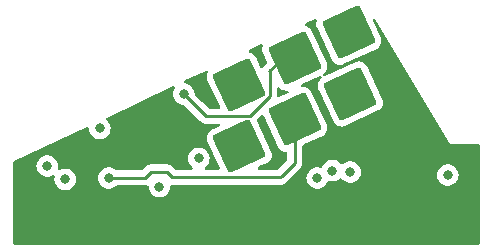
<source format=gbr>
%TF.GenerationSoftware,KiCad,Pcbnew,7.0.10*%
%TF.CreationDate,2024-02-23T21:50:14+01:00*%
%TF.ProjectId,ScartPCB,53636172-7450-4434-922e-6b696361645f,0*%
%TF.SameCoordinates,PX76bb820PY7641700*%
%TF.FileFunction,Copper,L2,Inr*%
%TF.FilePolarity,Positive*%
%FSLAX46Y46*%
G04 Gerber Fmt 4.6, Leading zero omitted, Abs format (unit mm)*
G04 Created by KiCad (PCBNEW 7.0.10) date 2024-02-23 21:50:14*
%MOMM*%
%LPD*%
G01*
G04 APERTURE LIST*
G04 Aperture macros list*
%AMRoundRect*
0 Rectangle with rounded corners*
0 $1 Rounding radius*
0 $2 $3 $4 $5 $6 $7 $8 $9 X,Y pos of 4 corners*
0 Add a 4 corners polygon primitive as box body*
4,1,4,$2,$3,$4,$5,$6,$7,$8,$9,$2,$3,0*
0 Add four circle primitives for the rounded corners*
1,1,$1+$1,$2,$3*
1,1,$1+$1,$4,$5*
1,1,$1+$1,$6,$7*
1,1,$1+$1,$8,$9*
0 Add four rect primitives between the rounded corners*
20,1,$1+$1,$2,$3,$4,$5,0*
20,1,$1+$1,$4,$5,$6,$7,0*
20,1,$1+$1,$6,$7,$8,$9,0*
20,1,$1+$1,$8,$9,$2,$3,0*%
G04 Aperture macros list end*
%TA.AperFunction,ComponentPad*%
%ADD10RoundRect,0.250002X1.993386X-0.725533X0.725533X1.993386X-1.993386X0.725533X-0.725533X-1.993386X0*%
%TD*%
%TA.AperFunction,ViaPad*%
%ADD11C,0.800000*%
%TD*%
%TA.AperFunction,Conductor*%
%ADD12C,0.250000*%
%TD*%
G04 APERTURE END LIST*
D10*
%TO.N,Net-(J2-Pin_1)*%
%TO.C,J2*%
X28408000Y17955000D03*
%TD*%
%TO.N,SYNC*%
%TO.C,J5*%
X23836000Y10589000D03*
%TD*%
%TO.N,Net-(J3-Pin_1)*%
%TO.C,J3*%
X23836000Y15796000D03*
%TD*%
%TO.N,AUDIO*%
%TO.C,J6*%
X19137000Y8303000D03*
%TD*%
%TO.N,Net-(J4-Pin_1)*%
%TO.C,J4*%
X19137000Y13510000D03*
%TD*%
%TO.N,GND*%
%TO.C,J7*%
X28535000Y12748000D03*
%TD*%
D11*
%TO.N,GND*%
X27011000Y6261147D03*
X12382005Y4911695D03*
%TO.N,BLUE*%
X25741000Y5636000D03*
X15708000Y7287000D03*
%TO.N,Net-(J1-Pin_20)*%
X2881000Y6652000D03*
%TO.N,GND*%
X4405000Y5509000D03*
%TO.N,SYNC*%
X8088000Y5636000D03*
%TO.N,Net-(J1-Pin_6)*%
X28535000Y6144000D03*
%TO.N,Net-(J1-Pin_2)*%
X36790000Y5890000D03*
%TO.N,Net-(J2-Pin_1)*%
X7326000Y9827000D03*
%TO.N,Net-(J3-Pin_1)*%
X14438000Y12748000D03*
%TD*%
D12*
%TO.N,SYNC*%
X22629500Y5699500D02*
X22756500Y5826500D01*
X13485500Y5699500D02*
X22629500Y5699500D01*
X13041000Y6144000D02*
X13485500Y5699500D01*
X11644000Y6144000D02*
X13041000Y6144000D01*
X11136000Y5636000D02*
X11644000Y6144000D01*
X8088000Y5636000D02*
X11136000Y5636000D01*
X22756500Y5826500D02*
X23836000Y6906000D01*
X23836000Y6906000D02*
X23836000Y10589000D01*
%TO.N,Net-(J3-Pin_1)*%
X21710044Y12544366D02*
X21710044Y14619956D01*
X14438000Y12748000D02*
X16309956Y10876044D01*
X21677000Y14653000D02*
X22820000Y15796000D01*
X22820000Y15796000D02*
X23836000Y15796000D01*
X20041722Y10876044D02*
X21710044Y12544366D01*
X16309956Y10876044D02*
X20041722Y10876044D01*
X21710044Y14619956D02*
X21677000Y14653000D01*
%TD*%
%TA.AperFunction,NonConductor*%
G36*
X21095839Y16929501D02*
G01*
X21135097Y16870346D01*
X21136141Y16799357D01*
X21133138Y16789981D01*
X21099531Y16697646D01*
X21078948Y16521534D01*
X21078948Y16521533D01*
X21099532Y16345419D01*
X21099533Y16345416D01*
X21133814Y16246791D01*
X21491207Y15480359D01*
X21501868Y15410167D01*
X21472888Y15345354D01*
X21466107Y15338014D01*
X21279811Y15151718D01*
X21261550Y15136609D01*
X21254727Y15131972D01*
X21254726Y15131971D01*
X21217596Y15089854D01*
X21212181Y15084087D01*
X21200859Y15072765D01*
X21191050Y15060120D01*
X21186013Y15054031D01*
X21148879Y15011909D01*
X21144422Y15005351D01*
X21142183Y15006873D01*
X21102383Y14964753D01*
X21033464Y14947704D01*
X20966268Y14970622D01*
X20924697Y15020337D01*
X20901321Y15070467D01*
X20528608Y15869753D01*
X20475087Y15959416D01*
X20353408Y16088388D01*
X20205266Y16185824D01*
X20205264Y16185825D01*
X20205263Y16185826D01*
X20038648Y16246468D01*
X20034050Y16247006D01*
X20029901Y16247491D01*
X19964565Y16275266D01*
X19924616Y16333957D01*
X19922740Y16404929D01*
X19959532Y16465649D01*
X19990505Y16486468D01*
X20960717Y16946907D01*
X21030832Y16958042D01*
X21095839Y16929501D01*
G37*
%TD.AperFunction*%
%TA.AperFunction,NonConductor*%
G36*
X22552056Y13288269D02*
G01*
X22561185Y13279520D01*
X22619592Y13217612D01*
X22767734Y13120176D01*
X22767735Y13120176D01*
X22767736Y13120175D01*
X22817653Y13102007D01*
X22934353Y13059532D01*
X23110467Y13038948D01*
X23182860Y13047410D01*
X23252840Y13035452D01*
X23305248Y12987557D01*
X23323442Y12918931D01*
X23301646Y12851363D01*
X23250736Y12808067D01*
X22522794Y12468622D01*
X22452602Y12457961D01*
X22387790Y12486941D01*
X22348933Y12546361D01*
X22343544Y12582817D01*
X22343544Y13193045D01*
X22363546Y13261166D01*
X22417202Y13307659D01*
X22487476Y13317763D01*
X22552056Y13288269D01*
G37*
%TD.AperFunction*%
%TA.AperFunction,NonConductor*%
G36*
X16421462Y14711153D02*
G01*
X16460720Y14651998D01*
X16461764Y14581009D01*
X16458761Y14571633D01*
X16400531Y14411646D01*
X16379948Y14235534D01*
X16400532Y14059418D01*
X16400533Y14059416D01*
X16434814Y13960791D01*
X17494263Y11688794D01*
X17504924Y11618602D01*
X17475944Y11553790D01*
X17416524Y11514933D01*
X17380068Y11509544D01*
X16624550Y11509544D01*
X16556429Y11529546D01*
X16535455Y11546449D01*
X16012768Y12069136D01*
X15385119Y12696786D01*
X15351095Y12759095D01*
X15348908Y12772691D01*
X15331542Y12937928D01*
X15272527Y13119556D01*
X15177040Y13284944D01*
X15177038Y13284946D01*
X15177034Y13284952D01*
X15049255Y13426865D01*
X14894752Y13539118D01*
X14809815Y13576934D01*
X14720288Y13616794D01*
X14720287Y13616795D01*
X14720283Y13616796D01*
X14548168Y13653381D01*
X14485694Y13687109D01*
X14451373Y13749259D01*
X14456101Y13820098D01*
X14498377Y13877135D01*
X14520334Y13890455D01*
X16286341Y14728559D01*
X16356455Y14739694D01*
X16421462Y14711153D01*
G37*
%TD.AperFunction*%
%TA.AperFunction,NonConductor*%
G36*
X21129382Y10963636D02*
G01*
X21186218Y10921089D01*
X21199545Y10898830D01*
X21633187Y9968882D01*
X22444392Y8229247D01*
X22497913Y8139584D01*
X22619592Y8010612D01*
X22767734Y7913176D01*
X22767735Y7913176D01*
X22767736Y7913175D01*
X22817653Y7895007D01*
X22934353Y7852532D01*
X23091128Y7834209D01*
X23156465Y7806434D01*
X23196415Y7747744D01*
X23202500Y7709061D01*
X23202500Y7220595D01*
X23182498Y7152474D01*
X23165595Y7131500D01*
X22404000Y6369905D01*
X22341688Y6335879D01*
X22314905Y6333000D01*
X20824737Y6333000D01*
X20756616Y6353002D01*
X20710123Y6406658D01*
X20700019Y6476932D01*
X20729513Y6541512D01*
X20771487Y6573195D01*
X20849283Y6609472D01*
X21496753Y6911392D01*
X21586416Y6964913D01*
X21715388Y7086592D01*
X21812824Y7234734D01*
X21873468Y7401353D01*
X21894052Y7577467D01*
X21873468Y7753580D01*
X21839184Y7852213D01*
X20628136Y10449314D01*
X20617476Y10519504D01*
X20646456Y10584316D01*
X20653224Y10591644D01*
X20996257Y10934677D01*
X21058567Y10968701D01*
X21129382Y10963636D01*
G37*
%TD.AperFunction*%
%TA.AperFunction,NonConductor*%
G36*
X25672574Y19101510D02*
G01*
X25711832Y19042355D01*
X25712876Y18971366D01*
X25709873Y18961990D01*
X25671531Y18856646D01*
X25650948Y18680534D01*
X25671532Y18504418D01*
X25671533Y18504416D01*
X25705814Y18405791D01*
X25780597Y18245418D01*
X27016392Y15595247D01*
X27069913Y15505584D01*
X27191592Y15376612D01*
X27339734Y15279176D01*
X27339735Y15279176D01*
X27339736Y15279175D01*
X27389653Y15261007D01*
X27506353Y15218532D01*
X27682467Y15197948D01*
X27858580Y15218532D01*
X27957213Y15252816D01*
X30767753Y16563392D01*
X30857416Y16616913D01*
X30986388Y16738592D01*
X31083824Y16886734D01*
X31144468Y17053353D01*
X31165052Y17229467D01*
X31144468Y17405580D01*
X31110184Y17504213D01*
X30434851Y18952469D01*
X30424191Y19022658D01*
X30453171Y19087470D01*
X30512591Y19126327D01*
X30583585Y19126890D01*
X30643614Y19088981D01*
X30657091Y19070542D01*
X36994850Y8507609D01*
X36998157Y8501068D01*
X36999723Y8499511D01*
X36999868Y8499475D01*
X36999869Y8499474D01*
X36999870Y8499475D01*
X37002016Y8498937D01*
X37009512Y8499500D01*
X39373500Y8499500D01*
X39441621Y8479498D01*
X39488114Y8425842D01*
X39499500Y8373500D01*
X39499500Y126500D01*
X39479498Y58379D01*
X39425842Y11886D01*
X39373500Y500D01*
X126500Y500D01*
X58379Y20502D01*
X11886Y74158D01*
X500Y126500D01*
X500Y6652000D01*
X1967496Y6652000D01*
X1987457Y6462073D01*
X2004835Y6408592D01*
X2046473Y6280444D01*
X2046476Y6280439D01*
X2141958Y6115059D01*
X2141965Y6115049D01*
X2269744Y5973136D01*
X2269747Y5973134D01*
X2424248Y5860882D01*
X2598712Y5783206D01*
X2785513Y5743500D01*
X2976487Y5743500D01*
X3163288Y5783206D01*
X3337752Y5860882D01*
X3337753Y5860884D01*
X3343784Y5863568D01*
X3345155Y5860487D01*
X3399394Y5874412D01*
X3466789Y5852086D01*
X3511416Y5796868D01*
X3519104Y5726289D01*
X3514910Y5709555D01*
X3511457Y5698929D01*
X3491496Y5509000D01*
X3511457Y5319073D01*
X3528023Y5268091D01*
X3570473Y5137444D01*
X3584308Y5113481D01*
X3665958Y4972059D01*
X3665965Y4972049D01*
X3793744Y4830136D01*
X3793747Y4830134D01*
X3948248Y4717882D01*
X4122712Y4640206D01*
X4309513Y4600500D01*
X4500487Y4600500D01*
X4687288Y4640206D01*
X4861752Y4717882D01*
X5016253Y4830134D01*
X5091978Y4914235D01*
X5144034Y4972049D01*
X5144035Y4972051D01*
X5144040Y4972056D01*
X5239527Y5137444D01*
X5298542Y5319072D01*
X5318504Y5509000D01*
X5298542Y5698928D01*
X5239527Y5880556D01*
X5144040Y6045944D01*
X5144038Y6045946D01*
X5144034Y6045952D01*
X5016255Y6187865D01*
X4861752Y6300118D01*
X4687288Y6377794D01*
X4500487Y6417500D01*
X4309513Y6417500D01*
X4122711Y6377794D01*
X4067028Y6353002D01*
X3948248Y6300118D01*
X3948246Y6300118D01*
X3942216Y6297432D01*
X3941099Y6299940D01*
X3883101Y6286758D01*
X3816354Y6310951D01*
X3773282Y6367390D01*
X3767560Y6438156D01*
X3771092Y6451455D01*
X3774316Y6461377D01*
X3774542Y6462072D01*
X3794504Y6652000D01*
X3774542Y6841928D01*
X3715527Y7023556D01*
X3620040Y7188944D01*
X3620038Y7188946D01*
X3620034Y7188952D01*
X3492255Y7330865D01*
X3337752Y7443118D01*
X3163288Y7520794D01*
X2976487Y7560500D01*
X2785513Y7560500D01*
X2598711Y7520794D01*
X2424247Y7443118D01*
X2269744Y7330865D01*
X2141965Y7188952D01*
X2141958Y7188942D01*
X2046476Y7023562D01*
X2046473Y7023556D01*
X2034963Y6988133D01*
X1987457Y6841928D01*
X1967496Y6652000D01*
X500Y6652000D01*
X500Y6920012D01*
X20502Y6988133D01*
X72475Y7033842D01*
X6233559Y9957747D01*
X6303675Y9968882D01*
X6368682Y9940341D01*
X6407940Y9881186D01*
X6412890Y9830752D01*
X6412496Y9827002D01*
X6432457Y9637073D01*
X6462526Y9544530D01*
X6491473Y9455444D01*
X6491476Y9455439D01*
X6586958Y9290059D01*
X6586965Y9290049D01*
X6714744Y9148136D01*
X6714747Y9148134D01*
X6869248Y9035882D01*
X7043712Y8958206D01*
X7230513Y8918500D01*
X7421487Y8918500D01*
X7608288Y8958206D01*
X7782752Y9035882D01*
X7937253Y9148134D01*
X7981606Y9197393D01*
X8065034Y9290049D01*
X8065035Y9290051D01*
X8065040Y9290056D01*
X8160527Y9455444D01*
X8219542Y9637072D01*
X8239504Y9827000D01*
X8219542Y10016928D01*
X8160527Y10198556D01*
X8065040Y10363944D01*
X8065038Y10363946D01*
X8065034Y10363952D01*
X7937257Y10505863D01*
X7892164Y10538625D01*
X7848811Y10594848D01*
X7842736Y10665584D01*
X7875868Y10728376D01*
X7912200Y10754391D01*
X13505164Y13408679D01*
X13575280Y13419814D01*
X13640287Y13391273D01*
X13679545Y13332118D01*
X13680589Y13261129D01*
X13668303Y13231846D01*
X13603830Y13120175D01*
X13603473Y13119556D01*
X13588999Y13075014D01*
X13544457Y12937928D01*
X13524496Y12748000D01*
X13544457Y12558073D01*
X13548263Y12546361D01*
X13603473Y12376444D01*
X13603476Y12376439D01*
X13698958Y12211059D01*
X13698965Y12211049D01*
X13826744Y12069136D01*
X13826747Y12069134D01*
X13981248Y11956882D01*
X14155712Y11879206D01*
X14342513Y11839500D01*
X14398406Y11839500D01*
X14466527Y11819498D01*
X14487501Y11802595D01*
X15802709Y10487387D01*
X15812676Y10474947D01*
X15812903Y10475134D01*
X15817955Y10469027D01*
X15817956Y10469026D01*
X15838949Y10449312D01*
X15867622Y10422387D01*
X15870466Y10419630D01*
X15890186Y10399910D01*
X15893372Y10397439D01*
X15902403Y10389726D01*
X15934634Y10359459D01*
X15934638Y10359456D01*
X15952386Y10349699D01*
X15968913Y10338843D01*
X15984916Y10326430D01*
X16025495Y10308870D01*
X16036143Y10303653D01*
X16074890Y10282352D01*
X16074892Y10282351D01*
X16074896Y10282349D01*
X16094518Y10277311D01*
X16113219Y10270909D01*
X16125770Y10265477D01*
X16131808Y10262864D01*
X16131809Y10262864D01*
X16131811Y10262863D01*
X16175486Y10255946D01*
X16187097Y10253542D01*
X16229926Y10242544D01*
X16250180Y10242544D01*
X16269890Y10240993D01*
X16272097Y10240644D01*
X16289899Y10237824D01*
X16333917Y10241986D01*
X16345775Y10242544D01*
X17383950Y10242544D01*
X17452071Y10222542D01*
X17498564Y10168886D01*
X17508668Y10098612D01*
X17479174Y10034032D01*
X17437200Y10002350D01*
X17304223Y9940341D01*
X16777247Y9694608D01*
X16687582Y9641086D01*
X16558612Y9519408D01*
X16461175Y9371265D01*
X16461174Y9371264D01*
X16400532Y9204648D01*
X16379948Y9028534D01*
X16400532Y8852418D01*
X16400533Y8852416D01*
X16434814Y8753791D01*
X17480061Y6512250D01*
X17490722Y6442058D01*
X17461742Y6377246D01*
X17402322Y6338389D01*
X17365866Y6333000D01*
X16328352Y6333000D01*
X16260231Y6353002D01*
X16213738Y6406658D01*
X16203634Y6476932D01*
X16233128Y6541512D01*
X16254291Y6560936D01*
X16294976Y6590496D01*
X16319253Y6608134D01*
X16320460Y6609474D01*
X16447034Y6750049D01*
X16447035Y6750051D01*
X16447040Y6750056D01*
X16542527Y6915444D01*
X16601542Y7097072D01*
X16621504Y7287000D01*
X16601542Y7476928D01*
X16542527Y7658556D01*
X16447040Y7823944D01*
X16447038Y7823946D01*
X16447034Y7823952D01*
X16319255Y7965865D01*
X16164752Y8078118D01*
X15990288Y8155794D01*
X15803487Y8195500D01*
X15612513Y8195500D01*
X15425711Y8155794D01*
X15251247Y8078118D01*
X15096744Y7965865D01*
X14968965Y7823952D01*
X14968958Y7823942D01*
X14873476Y7658562D01*
X14873473Y7658555D01*
X14814457Y7476928D01*
X14794496Y7287000D01*
X14814457Y7097073D01*
X14835002Y7033844D01*
X14873473Y6915444D01*
X14890505Y6885944D01*
X14968958Y6750059D01*
X14968965Y6750049D01*
X15096744Y6608136D01*
X15161709Y6560936D01*
X15205063Y6504714D01*
X15211138Y6433977D01*
X15178006Y6371186D01*
X15116186Y6336274D01*
X15087648Y6333000D01*
X13800095Y6333000D01*
X13731974Y6353002D01*
X13710999Y6369905D01*
X13642748Y6438156D01*
X13548242Y6532663D01*
X13538279Y6545098D01*
X13538053Y6544910D01*
X13533000Y6551018D01*
X13483348Y6597644D01*
X13480504Y6600401D01*
X13460777Y6620129D01*
X13460771Y6620134D01*
X13457567Y6622620D01*
X13448556Y6630317D01*
X13416325Y6660583D01*
X13416319Y6660587D01*
X13398563Y6670349D01*
X13382047Y6681198D01*
X13366041Y6693614D01*
X13333691Y6707613D01*
X13325464Y6711173D01*
X13314807Y6716395D01*
X13276063Y6737694D01*
X13276060Y6737695D01*
X13256436Y6742734D01*
X13237736Y6749136D01*
X13235603Y6750059D01*
X13219145Y6757181D01*
X13219143Y6757182D01*
X13219141Y6757182D01*
X13175474Y6764099D01*
X13163855Y6766505D01*
X13121030Y6777500D01*
X13100776Y6777500D01*
X13081066Y6779051D01*
X13061057Y6782220D01*
X13026518Y6778955D01*
X13017039Y6778059D01*
X13005181Y6777500D01*
X11727849Y6777500D01*
X11712010Y6779249D01*
X11711983Y6778955D01*
X11704091Y6779701D01*
X11683410Y6779051D01*
X11636033Y6777562D01*
X11632075Y6777500D01*
X11604144Y6777500D01*
X11601957Y6777224D01*
X11600111Y6776991D01*
X11588304Y6776063D01*
X11544110Y6774674D01*
X11544105Y6774673D01*
X11524660Y6769023D01*
X11505302Y6765014D01*
X11485207Y6762476D01*
X11485205Y6762475D01*
X11444083Y6746195D01*
X11432859Y6742353D01*
X11390410Y6730020D01*
X11390404Y6730018D01*
X11372966Y6719705D01*
X11355220Y6711011D01*
X11336381Y6703552D01*
X11300614Y6677566D01*
X11290698Y6671052D01*
X11252636Y6648542D01*
X11238307Y6634213D01*
X11223281Y6621380D01*
X11206895Y6609474D01*
X11178715Y6575412D01*
X11170728Y6566635D01*
X10910500Y6306405D01*
X10848188Y6272380D01*
X10821404Y6269500D01*
X8796200Y6269500D01*
X8728079Y6289502D01*
X8702563Y6311190D01*
X8699252Y6314867D01*
X8544752Y6427118D01*
X8370288Y6504794D01*
X8183487Y6544500D01*
X7992513Y6544500D01*
X7805711Y6504794D01*
X7631247Y6427118D01*
X7476744Y6314865D01*
X7348965Y6172952D01*
X7348958Y6172942D01*
X7253476Y6007562D01*
X7253473Y6007555D01*
X7194457Y5825928D01*
X7174496Y5636000D01*
X7194457Y5446073D01*
X7224526Y5353530D01*
X7253473Y5264444D01*
X7253474Y5264443D01*
X7253476Y5264439D01*
X7348958Y5099059D01*
X7348965Y5099049D01*
X7476744Y4957136D01*
X7476747Y4957134D01*
X7631248Y4844882D01*
X7805712Y4767206D01*
X7992513Y4727500D01*
X8183487Y4727500D01*
X8370288Y4767206D01*
X8544752Y4844882D01*
X8699253Y4957134D01*
X8702563Y4960810D01*
X8763009Y4998050D01*
X8796200Y5002500D01*
X11052147Y5002500D01*
X11067988Y5000751D01*
X11068016Y5001044D01*
X11075902Y5000300D01*
X11075909Y5000298D01*
X11143986Y5002438D01*
X11147945Y5002500D01*
X11175851Y5002500D01*
X11175856Y5002500D01*
X11179867Y5003008D01*
X11191699Y5003939D01*
X11235889Y5005327D01*
X11255347Y5010981D01*
X11274694Y5014987D01*
X11294797Y5017526D01*
X11296532Y5018214D01*
X11297999Y5018348D01*
X11302480Y5019498D01*
X11302665Y5018776D01*
X11367230Y5024698D01*
X11430213Y4991931D01*
X11465482Y4930315D01*
X11468234Y4914235D01*
X11488462Y4721768D01*
X11489725Y4717882D01*
X11547478Y4540139D01*
X11547481Y4540134D01*
X11642963Y4374754D01*
X11642970Y4374744D01*
X11770749Y4232831D01*
X11770752Y4232829D01*
X11925253Y4120577D01*
X12099717Y4042901D01*
X12286518Y4003195D01*
X12477492Y4003195D01*
X12664293Y4042901D01*
X12838757Y4120577D01*
X12993258Y4232829D01*
X13121045Y4374751D01*
X13216532Y4540139D01*
X13275547Y4721767D01*
X13295509Y4911695D01*
X13293918Y4926831D01*
X13306690Y4996667D01*
X13355191Y5048514D01*
X13419228Y5066000D01*
X13425724Y5066000D01*
X13445434Y5064449D01*
X13447641Y5064100D01*
X13465443Y5061280D01*
X13509461Y5065442D01*
X13521319Y5066000D01*
X22545647Y5066000D01*
X22561488Y5064251D01*
X22561516Y5064544D01*
X22569402Y5063800D01*
X22569409Y5063798D01*
X22637486Y5065938D01*
X22641445Y5066000D01*
X22669351Y5066000D01*
X22669356Y5066000D01*
X22673367Y5066508D01*
X22685199Y5067439D01*
X22729389Y5068827D01*
X22748847Y5074481D01*
X22768194Y5078487D01*
X22788297Y5081026D01*
X22829410Y5097305D01*
X22840630Y5101147D01*
X22871376Y5110078D01*
X22883091Y5113481D01*
X22883095Y5113483D01*
X22900526Y5123792D01*
X22918280Y5132491D01*
X22937117Y5139948D01*
X22972892Y5165942D01*
X22982798Y5172449D01*
X23020862Y5194958D01*
X23035185Y5209282D01*
X23050224Y5222126D01*
X23066607Y5234028D01*
X23094797Y5268105D01*
X23102765Y5276862D01*
X23232635Y5406730D01*
X23232636Y5406733D01*
X23238092Y5412188D01*
X23238100Y5412198D01*
X23461902Y5636000D01*
X24827496Y5636000D01*
X24847457Y5446073D01*
X24877526Y5353530D01*
X24906473Y5264444D01*
X24906474Y5264443D01*
X24906476Y5264439D01*
X25001958Y5099059D01*
X25001965Y5099049D01*
X25129744Y4957136D01*
X25129747Y4957134D01*
X25284248Y4844882D01*
X25458712Y4767206D01*
X25645513Y4727500D01*
X25836487Y4727500D01*
X26023288Y4767206D01*
X26197752Y4844882D01*
X26352253Y4957134D01*
X26374192Y4981500D01*
X26480034Y5099049D01*
X26480035Y5099051D01*
X26480040Y5099056D01*
X26575527Y5264444D01*
X26589240Y5306651D01*
X26629312Y5365254D01*
X26694708Y5392892D01*
X26735269Y5390960D01*
X26764753Y5384693D01*
X26915509Y5352647D01*
X26915513Y5352647D01*
X27106487Y5352647D01*
X27293288Y5392353D01*
X27467752Y5470029D01*
X27622253Y5582281D01*
X27626619Y5587131D01*
X27687057Y5624373D01*
X27758041Y5623028D01*
X27813895Y5587136D01*
X27923744Y5465136D01*
X27984999Y5420632D01*
X28078248Y5352882D01*
X28252712Y5275206D01*
X28439513Y5235500D01*
X28630487Y5235500D01*
X28817288Y5275206D01*
X28991752Y5352882D01*
X29146253Y5465134D01*
X29146255Y5465136D01*
X29274034Y5607049D01*
X29274035Y5607051D01*
X29274040Y5607056D01*
X29369527Y5772444D01*
X29407724Y5890000D01*
X35876496Y5890000D01*
X35896457Y5700073D01*
X35917276Y5636000D01*
X35955473Y5518444D01*
X35955476Y5518439D01*
X36050958Y5353059D01*
X36050965Y5353049D01*
X36178744Y5211136D01*
X36231982Y5172456D01*
X36333248Y5098882D01*
X36507712Y5021206D01*
X36694513Y4981500D01*
X36885487Y4981500D01*
X37072288Y5021206D01*
X37246752Y5098882D01*
X37401253Y5211134D01*
X37449253Y5264443D01*
X37529034Y5353049D01*
X37529035Y5353051D01*
X37529040Y5353056D01*
X37624527Y5518444D01*
X37683542Y5700072D01*
X37703504Y5890000D01*
X37683542Y6079928D01*
X37624527Y6261556D01*
X37529040Y6426944D01*
X37529038Y6426946D01*
X37529034Y6426952D01*
X37401255Y6568865D01*
X37246752Y6681118D01*
X37072288Y6758794D01*
X36885487Y6798500D01*
X36694513Y6798500D01*
X36507711Y6758794D01*
X36333247Y6681118D01*
X36178744Y6568865D01*
X36050965Y6426952D01*
X36050958Y6426942D01*
X35955476Y6261562D01*
X35955473Y6261555D01*
X35896457Y6079928D01*
X35876496Y5890000D01*
X29407724Y5890000D01*
X29428542Y5954072D01*
X29448504Y6144000D01*
X29428542Y6333928D01*
X29369527Y6515556D01*
X29274040Y6680944D01*
X29274038Y6680946D01*
X29274034Y6680952D01*
X29146255Y6822865D01*
X28991752Y6935118D01*
X28817288Y7012794D01*
X28630487Y7052500D01*
X28439513Y7052500D01*
X28252711Y7012794D01*
X28078247Y6935118D01*
X27923746Y6822866D01*
X27919370Y6818006D01*
X27858921Y6780771D01*
X27787938Y6782127D01*
X27732103Y6818013D01*
X27622255Y6940012D01*
X27467752Y7052265D01*
X27293288Y7129941D01*
X27106487Y7169647D01*
X26915513Y7169647D01*
X26728711Y7129941D01*
X26554247Y7052265D01*
X26399744Y6940012D01*
X26271965Y6798099D01*
X26271958Y6798089D01*
X26176476Y6632709D01*
X26176471Y6632698D01*
X26162758Y6590496D01*
X26122683Y6531891D01*
X26057286Y6504256D01*
X26016730Y6506188D01*
X25836487Y6544500D01*
X25645513Y6544500D01*
X25458711Y6504794D01*
X25284247Y6427118D01*
X25129744Y6314865D01*
X25001965Y6172952D01*
X25001958Y6172942D01*
X24906476Y6007562D01*
X24906473Y6007555D01*
X24847457Y5825928D01*
X24827496Y5636000D01*
X23461902Y5636000D01*
X24224657Y6398755D01*
X24237092Y6408716D01*
X24236905Y6408943D01*
X24243016Y6413999D01*
X24243015Y6413999D01*
X24243018Y6414000D01*
X24289676Y6463688D01*
X24292367Y6466465D01*
X24312135Y6486231D01*
X24314614Y6489429D01*
X24322299Y6498429D01*
X24352586Y6530679D01*
X24362345Y6548433D01*
X24373204Y6564962D01*
X24374502Y6566635D01*
X24385614Y6580960D01*
X24403177Y6621549D01*
X24408396Y6632199D01*
X24429695Y6670940D01*
X24434733Y6690565D01*
X24441138Y6709270D01*
X24449181Y6727855D01*
X24456096Y6771519D01*
X24458504Y6783148D01*
X24469500Y6825970D01*
X24469500Y6846225D01*
X24471051Y6865937D01*
X24474220Y6885943D01*
X24470059Y6929964D01*
X24469500Y6941821D01*
X24469500Y8312157D01*
X24489502Y8380278D01*
X24542250Y8426352D01*
X24656222Y8479498D01*
X26195753Y9197392D01*
X26285416Y9250913D01*
X26414388Y9372592D01*
X26511824Y9520734D01*
X26572468Y9687353D01*
X26593052Y9863467D01*
X26572468Y10039580D01*
X26538184Y10138213D01*
X25227608Y12948753D01*
X25174087Y13038416D01*
X25052408Y13167388D01*
X24904266Y13264824D01*
X24904264Y13264825D01*
X24904263Y13264826D01*
X24737647Y13325468D01*
X24561534Y13346052D01*
X24561531Y13346052D01*
X24489136Y13337591D01*
X24419154Y13349550D01*
X24366747Y13397446D01*
X24348554Y13466072D01*
X24370351Y13533640D01*
X24421256Y13576931D01*
X25937355Y14283900D01*
X26007545Y14294560D01*
X26072357Y14265580D01*
X26111214Y14206160D01*
X26111777Y14135166D01*
X26077070Y14078055D01*
X25956612Y13964408D01*
X25859175Y13816265D01*
X25859174Y13816264D01*
X25798532Y13649648D01*
X25777948Y13473534D01*
X25798532Y13297418D01*
X25798533Y13297416D01*
X25832814Y13198791D01*
X25954457Y12937927D01*
X27143392Y10388247D01*
X27196913Y10298584D01*
X27318592Y10169612D01*
X27466734Y10072176D01*
X27466735Y10072176D01*
X27466736Y10072175D01*
X27500553Y10059867D01*
X27633353Y10011532D01*
X27809467Y9990948D01*
X27985580Y10011532D01*
X28084213Y10045816D01*
X30894753Y11356392D01*
X30984416Y11409913D01*
X31113388Y11531592D01*
X31210824Y11679734D01*
X31271468Y11846353D01*
X31292052Y12022467D01*
X31271468Y12198580D01*
X31237184Y12297213D01*
X29926608Y15107753D01*
X29873087Y15197416D01*
X29751408Y15326388D01*
X29603266Y15423824D01*
X29603264Y15423825D01*
X29603263Y15423826D01*
X29436647Y15484468D01*
X29260534Y15505052D01*
X29260533Y15505052D01*
X29216504Y15499906D01*
X29084417Y15484468D01*
X29084415Y15484467D01*
X28985790Y15450186D01*
X26433646Y14260102D01*
X26363454Y14249441D01*
X26298642Y14278421D01*
X26259785Y14337841D01*
X26259222Y14408835D01*
X26293930Y14465946D01*
X26414388Y14579592D01*
X26511824Y14727734D01*
X26572468Y14894353D01*
X26593052Y15070467D01*
X26572468Y15246580D01*
X26538184Y15345213D01*
X25227608Y18155753D01*
X25174087Y18245416D01*
X25052408Y18374388D01*
X24954971Y18438475D01*
X24904265Y18471825D01*
X24774066Y18519213D01*
X24716895Y18561307D01*
X24691557Y18627629D01*
X24706098Y18697120D01*
X24755900Y18747719D01*
X24763124Y18751439D01*
X25537450Y19118916D01*
X25607567Y19130051D01*
X25672574Y19101510D01*
G37*
%TD.AperFunction*%
M02*

</source>
